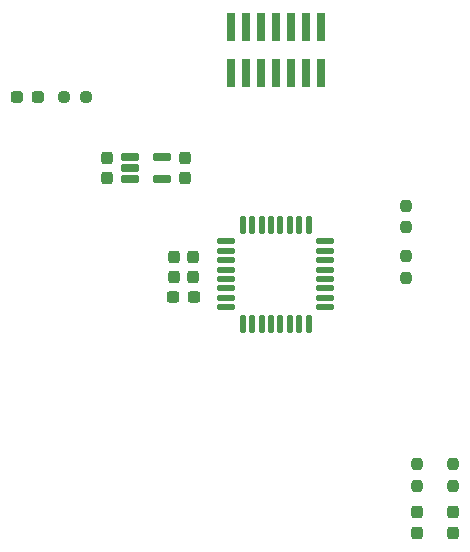
<source format=gbr>
%TF.GenerationSoftware,KiCad,Pcbnew,9.0.7*%
%TF.CreationDate,2026-02-11T09:42:11+01:00*%
%TF.ProjectId,3DN_td_kicad,33444e5f-7464-45f6-9b69-6361642e6b69,1.0*%
%TF.SameCoordinates,Original*%
%TF.FileFunction,Paste,Top*%
%TF.FilePolarity,Positive*%
%FSLAX46Y46*%
G04 Gerber Fmt 4.6, Leading zero omitted, Abs format (unit mm)*
G04 Created by KiCad (PCBNEW 9.0.7) date 2026-02-11 09:42:11*
%MOMM*%
%LPD*%
G01*
G04 APERTURE LIST*
G04 Aperture macros list*
%AMRoundRect*
0 Rectangle with rounded corners*
0 $1 Rounding radius*
0 $2 $3 $4 $5 $6 $7 $8 $9 X,Y pos of 4 corners*
0 Add a 4 corners polygon primitive as box body*
4,1,4,$2,$3,$4,$5,$6,$7,$8,$9,$2,$3,0*
0 Add four circle primitives for the rounded corners*
1,1,$1+$1,$2,$3*
1,1,$1+$1,$4,$5*
1,1,$1+$1,$6,$7*
1,1,$1+$1,$8,$9*
0 Add four rect primitives between the rounded corners*
20,1,$1+$1,$2,$3,$4,$5,0*
20,1,$1+$1,$4,$5,$6,$7,0*
20,1,$1+$1,$6,$7,$8,$9,0*
20,1,$1+$1,$8,$9,$2,$3,0*%
G04 Aperture macros list end*
%ADD10RoundRect,0.162500X-0.617500X-0.162500X0.617500X-0.162500X0.617500X0.162500X-0.617500X0.162500X0*%
%ADD11RoundRect,0.125000X-0.625000X-0.125000X0.625000X-0.125000X0.625000X0.125000X-0.625000X0.125000X0*%
%ADD12RoundRect,0.125000X-0.125000X-0.625000X0.125000X-0.625000X0.125000X0.625000X-0.125000X0.625000X0*%
%ADD13RoundRect,0.237500X-0.237500X0.250000X-0.237500X-0.250000X0.237500X-0.250000X0.237500X0.250000X0*%
%ADD14RoundRect,0.237500X0.250000X0.237500X-0.250000X0.237500X-0.250000X-0.237500X0.250000X-0.237500X0*%
%ADD15RoundRect,0.237500X0.237500X-0.250000X0.237500X0.250000X-0.237500X0.250000X-0.237500X-0.250000X0*%
%ADD16R,0.740000X2.400000*%
%ADD17RoundRect,0.237500X0.237500X-0.287500X0.237500X0.287500X-0.237500X0.287500X-0.237500X-0.287500X0*%
%ADD18RoundRect,0.237500X-0.287500X-0.237500X0.287500X-0.237500X0.287500X0.237500X-0.287500X0.237500X0*%
%ADD19RoundRect,0.237500X0.300000X0.237500X-0.300000X0.237500X-0.300000X-0.237500X0.300000X-0.237500X0*%
%ADD20RoundRect,0.237500X-0.237500X0.300000X-0.237500X-0.300000X0.237500X-0.300000X0.237500X0.300000X0*%
G04 APERTURE END LIST*
D10*
%TO.C,U2*%
X107650000Y-110050000D03*
X107650000Y-111000000D03*
X107650000Y-111950000D03*
X110350000Y-111950000D03*
X110350000Y-110050000D03*
%TD*%
D11*
%TO.C,U1*%
X115825000Y-117200000D03*
X115825000Y-118000000D03*
X115825000Y-118800000D03*
X115825000Y-119600000D03*
X115825000Y-120400000D03*
X115825000Y-121200000D03*
X115825000Y-122000000D03*
X115825000Y-122800000D03*
D12*
X117200000Y-124175000D03*
X118000000Y-124175000D03*
X118800000Y-124175000D03*
X119600000Y-124175000D03*
X120400000Y-124175000D03*
X121200000Y-124175000D03*
X122000000Y-124175000D03*
X122800000Y-124175000D03*
D11*
X124175000Y-122800000D03*
X124175000Y-122000000D03*
X124175000Y-121200000D03*
X124175000Y-120400000D03*
X124175000Y-119600000D03*
X124175000Y-118800000D03*
X124175000Y-118000000D03*
X124175000Y-117200000D03*
D12*
X122800000Y-115825000D03*
X122000000Y-115825000D03*
X121200000Y-115825000D03*
X120400000Y-115825000D03*
X119600000Y-115825000D03*
X118800000Y-115825000D03*
X118000000Y-115825000D03*
X117200000Y-115825000D03*
%TD*%
D13*
%TO.C,R5*%
X132000000Y-136087500D03*
X132000000Y-137912500D03*
%TD*%
%TO.C,R4*%
X135000000Y-136087500D03*
X135000000Y-137912500D03*
%TD*%
D14*
%TO.C,R3*%
X103912500Y-105000000D03*
X102087500Y-105000000D03*
%TD*%
D13*
%TO.C,R2*%
X131000000Y-114187500D03*
X131000000Y-116012500D03*
%TD*%
D15*
%TO.C,R1*%
X131000000Y-120312500D03*
X131000000Y-118487500D03*
%TD*%
D16*
%TO.C,J1*%
X123810000Y-99050000D03*
X123810000Y-102950000D03*
X122540000Y-99050000D03*
X122540000Y-102950000D03*
X121270000Y-99050000D03*
X121270000Y-102950000D03*
X120000000Y-99050000D03*
X120000000Y-102950000D03*
X118730000Y-99050000D03*
X118730000Y-102950000D03*
X117460000Y-99050000D03*
X117460000Y-102950000D03*
X116190000Y-99050000D03*
X116190000Y-102950000D03*
%TD*%
D17*
%TO.C,D3*%
X132000000Y-141875000D03*
X132000000Y-140125000D03*
%TD*%
%TO.C,D2*%
X135000000Y-141875000D03*
X135000000Y-140125000D03*
%TD*%
D18*
%TO.C,D1*%
X98125000Y-105000000D03*
X99875000Y-105000000D03*
%TD*%
D19*
%TO.C,C5*%
X113062500Y-121900000D03*
X111337500Y-121900000D03*
%TD*%
D20*
%TO.C,C4*%
X111400000Y-118537500D03*
X111400000Y-120262500D03*
%TD*%
%TO.C,C3*%
X113000000Y-118537500D03*
X113000000Y-120262500D03*
%TD*%
%TO.C,C2*%
X112300000Y-110137500D03*
X112300000Y-111862500D03*
%TD*%
%TO.C,C1*%
X105700000Y-110137500D03*
X105700000Y-111862500D03*
%TD*%
M02*

</source>
